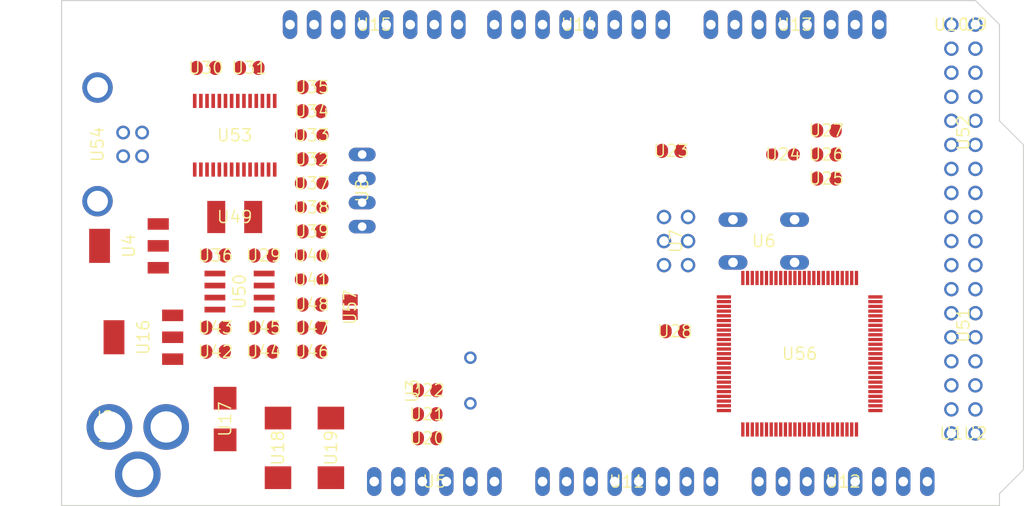
<source format=kicad_pcb>
(kicad_pcb (version 20221018) (generator pcbnew)
  (layers (0 "F.Cu" signal "Top") (31 "B.Cu" signal "Bottom") (34 "B.Paste" user) (35 "F.Paste" user) (36 "B.SilkS" user "B.Silkscreen") (37 "F.SilkS" user "F.Silkscreen") (38 "B.Mask" user) (39 "F.Mask" user) (44 "Edge.Cuts" user))
  (net 0 "")
  (net 1 "+5V")
  (net 2 "GND")
  (net 3 "N$6")
  (net 4 "N$7")
  (net 5 "AREF")
  (net 6 "RESET")
  (net 7 "VIN")
  (net 8 "N$3")
  (net 9 "PWRIN")
  (net 10 "M8RXD")
  (net 11 "M8TXD")
  (net 12 "ADC0")
  (net 13 "ADC2")
  (net 14 "ADC1")
  (net 15 "ADC3")
  (net 16 "ADC4")
  (net 17 "ADC5")
  (net 18 "ADC6")
  (net 19 "ADC7")
  (net 20 "+3V3")
  (net 21 "SDA")
  (net 22 "SCL")
  (net 23 "ADC9")
  (net 24 "ADC8")
  (net 25 "ADC10")
  (net 26 "ADC11")
  (net 27 "ADC12")
  (net 28 "ADC13")
  (net 29 "ADC14")
  (net 30 "ADC15")
  (net 31 "PB3")
  (net 32 "PB2")
  (net 33 "PB1")
  (net 34 "PB5")
  (net 35 "PB4")
  (net 36 "PE5")
  (net 37 "PE4")
  (net 38 "PE3")
  (net 39 "PE1")
  (net 40 "PE0")
  (net 41 "N$15")
  (net 42 "N$53")
  (net 43 "N$54")
  (net 44 "N$55")
  (net 45 "D-")
  (net 46 "D+")
  (net 47 "N$60")
  (net 48 "DTR")
  (net 49 "USBVCC")
  (net 50 "N$2")
  (net 51 "N$4")
  (net 52 "GATE_CMD")
  (net 53 "CMP")
  (net 54 "PB6")
  (net 55 "PH3")
  (net 56 "PH4")
  (net 57 "PH5")
  (net 58 "PH6")
  (net 59 "PG5")
  (net 60 "RXD1")
  (net 61 "TXD1")
  (net 62 "RXD2")
  (net 63 "RXD3")
  (net 64 "TXD2")
  (net 65 "TXD3")
  (net 66 "PC0")
  (net 67 "PC1")
  (net 68 "PC2")
  (net 69 "PC3")
  (net 70 "PC4")
  (net 71 "PC5")
  (net 72 "PC6")
  (net 73 "PC7")
  (net 74 "PB0")
  (net 75 "PG0")
  (net 76 "PG1")
  (net 77 "PG2")
  (net 78 "PD7")
  (net 79 "PA0")
  (net 80 "PA1")
  (net 81 "PA2")
  (net 82 "PA3")
  (net 83 "PA4")
  (net 84 "PA5")
  (net 85 "PA6")
  (net 86 "PA7")
  (net 87 "PL0")
  (net 88 "PL1")
  (net 89 "PL2")
  (net 90 "PL3")
  (net 91 "PL4")
  (net 92 "PL5")
  (net 93 "PL6")
  (net 94 "PL7")
  (net 95 "PB7")
  (net 96 "CTS")
  (net 97 "DSR")
  (net 98 "DCD")
  (net 99 "RI")
  (footprint "Arduino_MEGA_Reference_Design:2X03" (layer "F.Cu") (at 162.5981 103.7336 -90)
    (fp_text reference "U7")
    (fp_text value "")
  )
  (footprint "Arduino_MEGA_Reference_Design:1X08" (layer "F.Cu") (at 152.3111 80.8736 180)
    (fp_text reference "U14")
    (fp_text value "")
  )
  (footprint "Arduino_MEGA_Reference_Design:1X08" (layer "F.Cu") (at 130.7211 80.8736 180)
    (fp_text reference "U15")
    (fp_text value "")
  )
  (footprint "Arduino_MEGA_Reference_Design:SMC_D" (layer "F.Cu") (at 120.5611 125.5776 -90)
    (fp_text reference "U18")
    (fp_text value "")
  )
  (footprint "Arduino_MEGA_Reference_Design:SMC_D" (layer "F.Cu") (at 126.1491 125.5776 -90)
    (fp_text reference "U19")
    (fp_text value "")
  )
  (footprint "Arduino_MEGA_Reference_Design:B3F-10XX" (layer "F.Cu") (at 171.8691 103.7336 180)
    (fp_text reference "U6")
    (fp_text value "")
  )
  (footprint "Arduino_MEGA_Reference_Design:0805RND" (layer "F.Cu") (at 173.9011 94.5896 180)
    (fp_text reference "U24")
    (fp_text value "")
  )
  (footprint "Arduino_MEGA_Reference_Design:SMB" (layer "F.Cu") (at 114.9731 122.5296 -90)
    (fp_text reference "U17")
    (fp_text value "")
  )
  (footprint "Arduino_MEGA_Reference_Design:DC-21MM" (layer "F.Cu") (at 103.0351 123.2916 90)
    (fp_text reference "U55")
    (fp_text value "")
  )
  (footprint "Arduino_MEGA_Reference_Design:HC49_S" (layer "F.Cu") (at 140.8811 118.4656 90)
    (fp_text reference "U3")
    (fp_text value "")
  )
  (footprint "Arduino_MEGA_Reference_Design:SOT223" (layer "F.Cu") (at 106.3371 113.8936 90)
    (fp_text reference "U16")
    (fp_text value "")
  )
  (footprint "Arduino_MEGA_Reference_Design:1X06" (layer "F.Cu") (at 137.0711 129.1336)
    (fp_text reference "U5")
    (fp_text value "")
  )
  (footprint "Arduino_MEGA_Reference_Design:C0805RND" (layer "F.Cu") (at 124.1171 87.4776)
    (fp_text reference "U35")
    (fp_text value "")
  )
  (footprint "Arduino_MEGA_Reference_Design:C0805RND" (layer "F.Cu") (at 162.4711 113.2586)
    (fp_text reference "U28")
    (fp_text value "")
  )
  (footprint "Arduino_MEGA_Reference_Design:C0805RND" (layer "F.Cu") (at 136.3091 122.0216)
    (fp_text reference "U21")
    (fp_text value "")
  )
  (footprint "Arduino_MEGA_Reference_Design:C0805RND" (layer "F.Cu") (at 136.3091 119.4816)
    (fp_text reference "U22")
    (fp_text value "")
  )
  (footprint "Arduino_MEGA_Reference_Design:C0805RND" (layer "F.Cu") (at 113.9571 112.8776)
    (fp_text reference "U43")
    (fp_text value "")
  )
  (footprint "Arduino_MEGA_Reference_Design:RCL_0805RND" (layer "F.Cu") (at 124.1171 105.2576)
    (fp_text reference "U40")
    (fp_text value "")
  )
  (footprint "Arduino_MEGA_Reference_Design:RCL_0805RND" (layer "F.Cu") (at 124.1171 107.7976)
    (fp_text reference "U41")
    (fp_text value "")
  )
  (footprint "Arduino_MEGA_Reference_Design:1X08" (layer "F.Cu") (at 157.3911 129.1336)
    (fp_text reference "U11")
    (fp_text value "")
  )
  (footprint "Arduino_MEGA_Reference_Design:1X08" (layer "F.Cu") (at 175.1711 80.8736 180)
    (fp_text reference "U13")
    (fp_text value "")
  )
  (footprint "Arduino_MEGA_Reference_Design:R0805RND" (layer "F.Cu") (at 178.4731 94.5896 180)
    (fp_text reference "U26")
    (fp_text value "")
  )
  (footprint "Arduino_MEGA_Reference_Design:R0805RND" (layer "F.Cu") (at 178.4731 92.0496 180)
    (fp_text reference "U27")
    (fp_text value "")
  )
  (footprint "Arduino_MEGA_Reference_Design:TQFP100" (layer "F.Cu") (at 175.65435791015625 115.63360595703125 0)
    (fp_text reference "U56")
    (fp_text value "")
  )
  (footprint "Arduino_MEGA_Reference_Design:C0805RND" (layer "F.Cu") (at 162.0901 94.2086 180)
    (fp_text reference "U23")
    (fp_text value "")
  )
  (footprint "Arduino_MEGA_Reference_Design:C0805RND" (layer "F.Cu") (at 136.3091 124.5616)
    (fp_text reference "U20")
    (fp_text value "")
  )
  (footprint "Arduino_MEGA_Reference_Design:1X08" (layer "F.Cu") (at 180.2511 129.1336)
    (fp_text reference "U12")
    (fp_text value "")
  )
  (footprint "Arduino_MEGA_Reference_Design:R0805RND" (layer "F.Cu") (at 124.1171 112.8776)
    (fp_text reference "U47")
    (fp_text value "")
  )
  (footprint "Arduino_MEGA_Reference_Design:C0805RND" (layer "F.Cu") (at 124.1171 115.4176)
    (fp_text reference "U46")
    (fp_text value "")
  )
  (footprint "Arduino_MEGA_Reference_Design:C0805RND" (layer "F.Cu") (at 113.9571 105.2576)
    (fp_text reference "U36")
    (fp_text value "")
  )
  (footprint "Arduino_MEGA_Reference_Design:C0805RND" (layer "F.Cu") (at 112.9411 85.4456)
    (fp_text reference "U30")
    (fp_text value "")
  )
  (footprint "Arduino_MEGA_Reference_Design:0805RND" (layer "F.Cu") (at 124.1171 100.1776 180)
    (fp_text reference "U38")
    (fp_text value "")
  )
  (footprint "Arduino_MEGA_Reference_Design:0805RND" (layer "F.Cu") (at 124.1171 97.6376 180)
    (fp_text reference "U37")
    (fp_text value "")
  )
  (footprint "Arduino_MEGA_Reference_Design:R0805RND" (layer "F.Cu") (at 124.1171 95.0976)
    (fp_text reference "U32")
    (fp_text value "")
  )
  (footprint "Arduino_MEGA_Reference_Design:R0805RND" (layer "F.Cu") (at 124.1171 102.7176)
    (fp_text reference "U39")
    (fp_text value "")
  )
  (footprint "Arduino_MEGA_Reference_Design:SSOP28" (layer "F.Cu") (at 115.9891 92.5576)
    (fp_text reference "U53")
    (fp_text value "")
  )
  (footprint "Arduino_MEGA_Reference_Design:PN61729" (layer "F.Cu") (at 98.9584 93.5228 -90)
    (fp_text reference "U54")
    (fp_text value "")
  )
  (footprint "Arduino_MEGA_Reference_Design:L1812" (layer "F.Cu") (at 115.9891 101.1936)
    (fp_text reference "U49")
    (fp_text value "")
  )
  (footprint "Arduino_MEGA_Reference_Design:C0805RND" (layer "F.Cu") (at 117.5131 85.4456)
    (fp_text reference "U31")
    (fp_text value "")
  )
  (footprint "Arduino_MEGA_Reference_Design:0805RND" (layer "F.Cu") (at 124.1171 92.5576 180)
    (fp_text reference "U33")
    (fp_text value "")
  )
  (footprint "Arduino_MEGA_Reference_Design:R0805RND" (layer "F.Cu") (at 124.1171 90.0176 180)
    (fp_text reference "U34")
    (fp_text value "")
  )
  (footprint "Arduino_MEGA_Reference_Design:C0805RND" (layer "F.Cu") (at 124.1171 110.4392 180)
    (fp_text reference "U48")
    (fp_text value "")
  )
  (footprint "Arduino_MEGA_Reference_Design:SOT223" (layer "F.Cu") (at 104.8131 104.2416 90)
    (fp_text reference "U4")
    (fp_text value "")
  )
  (footprint "Arduino_MEGA_Reference_Design:SO08" (layer "F.Cu") (at 116.4971 109.0676 -90)
    (fp_text reference "U50")
    (fp_text value "")
  )
  (footprint "Arduino_MEGA_Reference_Design:R0805RND" (layer "F.Cu") (at 113.9571 115.4176 180)
    (fp_text reference "U42")
    (fp_text value "")
  )
  (footprint "Arduino_MEGA_Reference_Design:R0805RND" (layer "F.Cu") (at 119.0371 112.8776 180)
    (fp_text reference "U45")
    (fp_text value "")
  )
  (footprint "Arduino_MEGA_Reference_Design:C0805RND" (layer "F.Cu") (at 119.0371 115.4176 180)
    (fp_text reference "U44")
    (fp_text value "")
  )
  (footprint "Arduino_MEGA_Reference_Design:C0805RND" (layer "F.Cu") (at 119.0371 105.2576)
    (fp_text reference "U29")
    (fp_text value "")
  )
  (footprint "Arduino_MEGA_Reference_Design:2X08" (layer "F.Cu") (at 192.9511 92.3036 90)
    (fp_text reference "U52")
    (fp_text value "")
  )
  (footprint "Arduino_MEGA_Reference_Design:2X08" (layer "F.Cu") (at 192.9511 112.6236 90)
    (fp_text reference "U51")
    (fp_text value "")
  )
  (footprint "Arduino_MEGA_Reference_Design:R0805RND" (layer "F.Cu") (at 178.4731 97.1296 180)
    (fp_text reference "U25")
    (fp_text value "")
  )
  (footprint "Arduino_MEGA_Reference_Design:1X01" (layer "F.Cu") (at 191.6811 80.8736)
    (fp_text reference "U10")
    (fp_text value "")
  )
  (footprint "Arduino_MEGA_Reference_Design:1X01" (layer "F.Cu") (at 194.2211 80.8736)
    (fp_text reference "U9")
    (fp_text value "")
  )
  (footprint "Arduino_MEGA_Reference_Design:1X01" (layer "F.Cu") (at 191.6811 124.0536)
    (fp_text reference "U1")
    (fp_text value "")
  )
  (footprint "Arduino_MEGA_Reference_Design:1X01" (layer "F.Cu") (at 194.2211 124.0536)
    (fp_text reference "U2")
    (fp_text value "")
  )
  (footprint "Arduino_MEGA_Reference_Design:SJ" (layer "F.Cu") (at 128.1811 110.7186 -90)
    (fp_text reference "U57")
    (fp_text value "")
  )
  (footprint "Arduino_MEGA_Reference_Design:JP4" (layer "F.Cu") (at 129.4511 98.3996 -90)
    (fp_text reference "U8")
    (fp_text value "")
  )
  (gr_line (start 196.7611 80.8736) (end 196.7611 91.0336) (layer "Edge.Cuts") (width 0.12))
  (gr_line (start 196.7611 130.4036) (end 196.7611 131.6736) (layer "Edge.Cuts") (width 0.12))
  (gr_line (start 194.2211 78.3336) (end 196.7611 80.8736) (layer "Edge.Cuts") (width 0.12))
  (gr_line (start 97.7011 78.3336) (end 194.2211 78.3336) (layer "Edge.Cuts") (width 0.12))
  (gr_line (start 196.7611 91.0336) (end 199.3011 93.5736) (layer "Edge.Cuts") (width 0.12))
  (gr_line (start 97.7011 131.6736) (end 97.7011 78.3336) (layer "Edge.Cuts") (width 0.12))
  (gr_line (start 196.7611 131.6736) (end 97.7011 131.6736) (layer "Edge.Cuts") (width 0.12))
  (gr_line (start 199.3011 93.5736) (end 199.3011 127.8636) (layer "Edge.Cuts") (width 0.12))
  (gr_line (start 199.3011 127.8636) (end 196.7611 130.4036) (layer "Edge.Cuts") (width 0.12))
)
</source>
